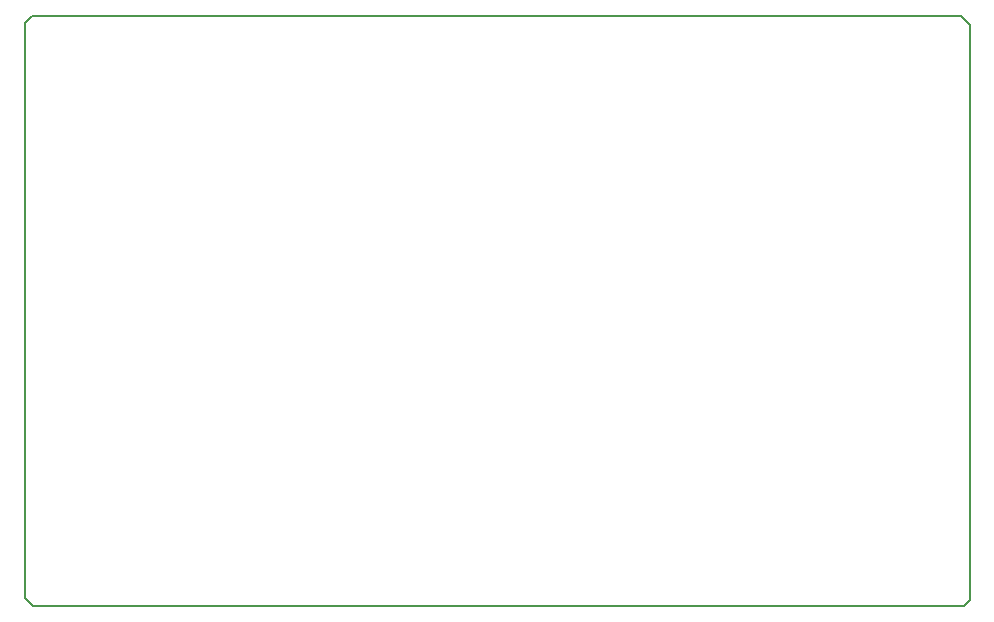
<source format=gbr>
G04 #@! TF.GenerationSoftware,KiCad,Pcbnew,(5.1.10)-1*
G04 #@! TF.CreationDate,2021-06-28T12:10:56+02:00*
G04 #@! TF.ProjectId,BSPD_v_1_1,42535044-5f76-45f3-915f-312e6b696361,rev?*
G04 #@! TF.SameCoordinates,Original*
G04 #@! TF.FileFunction,Profile,NP*
%FSLAX46Y46*%
G04 Gerber Fmt 4.6, Leading zero omitted, Abs format (unit mm)*
G04 Created by KiCad (PCBNEW (5.1.10)-1) date 2021-06-28 12:10:56*
%MOMM*%
%LPD*%
G01*
G04 APERTURE LIST*
G04 #@! TA.AperFunction,Profile*
%ADD10C,0.200000*%
G04 #@! TD*
G04 APERTURE END LIST*
D10*
X86614000Y-27000000D02*
X86004400Y-27584400D01*
X86000000Y-76301600D02*
X86677500Y-76962000D01*
X86004400Y-27584400D02*
X86000000Y-76301600D01*
X166000000Y-76454000D02*
X165493700Y-76962000D01*
X86614000Y-27000000D02*
X165227000Y-27000000D01*
X86677500Y-76962000D02*
X165493700Y-76962000D01*
X165989000Y-27762000D02*
X166000000Y-76454000D01*
X165227000Y-27000000D02*
X165989000Y-27762000D01*
M02*

</source>
